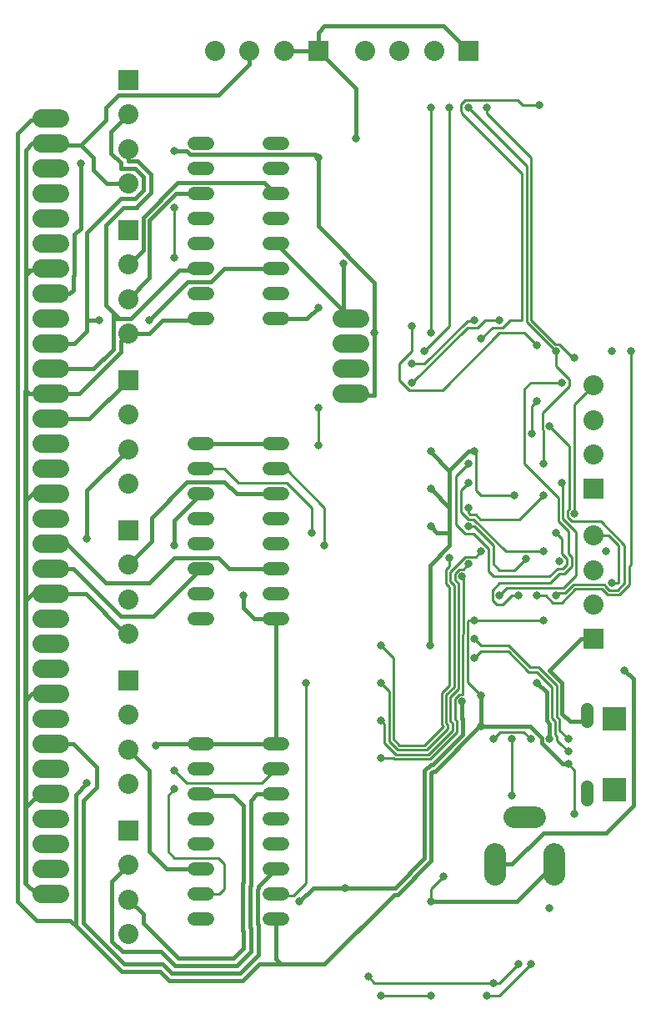
<source format=gbr>
G04 EAGLE Gerber RS-274X export*
G75*
%MOMM*%
%FSLAX34Y34*%
%LPD*%
%INBottom Copper*%
%IPPOS*%
%AMOC8*
5,1,8,0,0,1.08239X$1,22.5*%
G01*
%ADD10R,2.413000X2.413000*%
%ADD11C,1.308000*%
%ADD12C,1.320800*%
%ADD13C,2.184400*%
%ADD14R,2.032000X2.032000*%
%ADD15C,2.032000*%
%ADD16C,1.879600*%
%ADD17C,0.812800*%
%ADD18C,0.254000*%
%ADD19C,0.457200*%


D10*
X612090Y293810D03*
X612090Y221810D03*
D11*
X584090Y224810D02*
X584090Y211730D01*
X584090Y290810D02*
X584090Y303890D01*
D12*
X198374Y267970D02*
X185166Y267970D01*
X185166Y242570D02*
X198374Y242570D01*
X198374Y115570D02*
X185166Y115570D01*
X185166Y90170D02*
X198374Y90170D01*
X198374Y217170D02*
X185166Y217170D01*
X185166Y191770D02*
X198374Y191770D01*
X198374Y140970D02*
X185166Y140970D01*
X185166Y166370D02*
X198374Y166370D01*
X261366Y90170D02*
X274574Y90170D01*
X274574Y115570D02*
X261366Y115570D01*
X261366Y140970D02*
X274574Y140970D01*
X274574Y166370D02*
X261366Y166370D01*
X261366Y191770D02*
X274574Y191770D01*
X274574Y217170D02*
X261366Y217170D01*
X261366Y242570D02*
X274574Y242570D01*
X274574Y267970D02*
X261366Y267970D01*
X198374Y572770D02*
X185166Y572770D01*
X185166Y547370D02*
X198374Y547370D01*
X198374Y420370D02*
X185166Y420370D01*
X185166Y394970D02*
X198374Y394970D01*
X198374Y521970D02*
X185166Y521970D01*
X185166Y496570D02*
X198374Y496570D01*
X198374Y445770D02*
X185166Y445770D01*
X185166Y471170D02*
X198374Y471170D01*
X261366Y394970D02*
X274574Y394970D01*
X274574Y420370D02*
X261366Y420370D01*
X261366Y445770D02*
X274574Y445770D01*
X274574Y471170D02*
X261366Y471170D01*
X261366Y496570D02*
X274574Y496570D01*
X274574Y521970D02*
X261366Y521970D01*
X261366Y547370D02*
X274574Y547370D01*
X274574Y572770D02*
X261366Y572770D01*
X198374Y877570D02*
X185166Y877570D01*
X185166Y852170D02*
X198374Y852170D01*
X198374Y725170D02*
X185166Y725170D01*
X185166Y699770D02*
X198374Y699770D01*
X198374Y826770D02*
X185166Y826770D01*
X185166Y801370D02*
X198374Y801370D01*
X198374Y750570D02*
X185166Y750570D01*
X185166Y775970D02*
X198374Y775970D01*
X261366Y699770D02*
X274574Y699770D01*
X274574Y725170D02*
X261366Y725170D01*
X261366Y750570D02*
X274574Y750570D01*
X274574Y775970D02*
X261366Y775970D01*
X261366Y801370D02*
X274574Y801370D01*
X274574Y826770D02*
X261366Y826770D01*
X261366Y852170D02*
X274574Y852170D01*
X274574Y877570D02*
X261366Y877570D01*
D13*
X509778Y194050D02*
X531622Y194050D01*
X550700Y156972D02*
X550700Y135128D01*
X490700Y135128D02*
X490700Y156972D01*
D14*
X590550Y374650D03*
D15*
X590550Y409650D03*
X590550Y444650D03*
X590550Y479650D03*
D14*
X463550Y971550D03*
D15*
X428550Y971550D03*
X393550Y971550D03*
X358550Y971550D03*
D16*
X48768Y801370D02*
X29972Y801370D01*
X29972Y775970D02*
X48768Y775970D01*
X48768Y750570D02*
X29972Y750570D01*
X29972Y725170D02*
X48768Y725170D01*
X48768Y598170D02*
X29972Y598170D01*
X29972Y572770D02*
X48768Y572770D01*
X48768Y547370D02*
X29972Y547370D01*
X29972Y521970D02*
X48768Y521970D01*
X48768Y699770D02*
X29972Y699770D01*
X29972Y674370D02*
X48768Y674370D01*
X48768Y648970D02*
X29972Y648970D01*
X29972Y623570D02*
X48768Y623570D01*
X48768Y496570D02*
X29972Y496570D01*
X29972Y471170D02*
X48768Y471170D01*
X48768Y445770D02*
X29972Y445770D01*
X29972Y420370D02*
X48768Y420370D01*
X48768Y394970D02*
X29972Y394970D01*
X29972Y369570D02*
X48768Y369570D01*
X48768Y344170D02*
X29972Y344170D01*
X29972Y318770D02*
X48768Y318770D01*
D14*
X590550Y527050D03*
D15*
X590550Y562050D03*
X590550Y597050D03*
X590550Y632050D03*
D14*
X118110Y942340D03*
D15*
X118110Y907340D03*
X118110Y872340D03*
X118110Y837340D03*
D14*
X118110Y789940D03*
D15*
X118110Y754940D03*
X118110Y719940D03*
X118110Y684940D03*
D14*
X118110Y637540D03*
D15*
X118110Y602540D03*
X118110Y567540D03*
X118110Y532540D03*
D14*
X118110Y485140D03*
D15*
X118110Y450140D03*
X118110Y415140D03*
X118110Y380140D03*
D14*
X118110Y332740D03*
D15*
X118110Y297740D03*
X118110Y262740D03*
X118110Y227740D03*
D16*
X48768Y293370D02*
X29972Y293370D01*
X29972Y267970D02*
X48768Y267970D01*
X48768Y242570D02*
X29972Y242570D01*
X29972Y217170D02*
X48768Y217170D01*
D14*
X118110Y180340D03*
D15*
X118110Y145340D03*
X118110Y110340D03*
X118110Y75340D03*
D16*
X48768Y191770D02*
X29972Y191770D01*
X29972Y166370D02*
X48768Y166370D01*
X48768Y140970D02*
X29972Y140970D01*
X29972Y115570D02*
X48768Y115570D01*
D14*
X311150Y971550D03*
D15*
X276150Y971550D03*
X241150Y971550D03*
X206150Y971550D03*
D16*
X48768Y826770D02*
X29972Y826770D01*
X29972Y852170D02*
X48768Y852170D01*
X48768Y877570D02*
X29972Y877570D01*
X29972Y902970D02*
X48768Y902970D01*
X334772Y699770D02*
X353568Y699770D01*
X353568Y674370D02*
X334772Y674370D01*
X334772Y648970D02*
X353568Y648970D01*
X353568Y623570D02*
X334772Y623570D01*
D17*
X533400Y330200D03*
X508000Y273050D03*
D18*
X508000Y215900D01*
D17*
X508000Y215900D03*
X514350Y44450D03*
D18*
X495300Y25400D01*
X488950Y25400D01*
D17*
X488950Y25400D03*
D18*
X368300Y25400D01*
X361950Y31750D01*
D17*
X361950Y31750D03*
X425450Y107950D03*
D18*
X425450Y120650D01*
X438150Y133350D01*
D17*
X438150Y133350D03*
X546100Y273050D03*
D19*
X512600Y107950D02*
X425450Y107950D01*
X512600Y107950D02*
X550700Y146050D01*
X558800Y298450D02*
X558800Y330200D01*
X546100Y288879D02*
X546100Y273050D01*
X546100Y288879D02*
X543052Y291927D01*
X543052Y320548D01*
X533400Y330200D01*
X558800Y298450D02*
X566440Y290810D01*
X584090Y290810D01*
X78740Y598170D02*
X39370Y598170D01*
X78740Y598170D02*
X118110Y637540D01*
D17*
X338023Y122123D03*
D19*
X306273Y122123D01*
X292100Y107950D01*
D17*
X292100Y107950D03*
X457200Y311150D03*
D19*
X419100Y241300D02*
X419100Y152400D01*
X388823Y122123D01*
X338023Y122123D01*
D17*
X603250Y463550D03*
D19*
X457200Y311150D02*
X457200Y294000D01*
X457454Y293746D01*
X457454Y277754D01*
X427096Y247396D01*
X425196Y247396D01*
X419100Y241300D01*
D17*
X556260Y453390D03*
X469900Y565150D03*
D19*
X424520Y449920D02*
X424520Y368300D01*
D17*
X424520Y368300D03*
D19*
X444500Y508000D02*
X444500Y545254D01*
X444500Y508000D02*
X444500Y482600D01*
X444500Y469900D01*
X424520Y449920D01*
X444500Y508000D02*
X425450Y527050D01*
D17*
X425450Y527050D03*
D19*
X431800Y482600D02*
X444500Y482600D01*
X431800Y482600D02*
X425450Y488950D01*
D17*
X425450Y488950D03*
D19*
X444500Y545254D02*
X425450Y564304D01*
X425450Y565150D01*
D17*
X425450Y565150D03*
X510500Y520700D03*
D18*
X476250Y520700D01*
X470916Y526034D01*
X470916Y564134D02*
X469900Y565150D01*
X470916Y564134D02*
X470916Y526034D01*
D19*
X444500Y545254D02*
X444500Y546100D01*
X463550Y565150D01*
X469900Y565150D01*
X311150Y971550D02*
X276150Y971550D01*
X311150Y971550D02*
X349250Y933450D01*
X349250Y882650D01*
D17*
X349250Y882650D03*
X336550Y755650D03*
D19*
X311150Y971550D02*
X311150Y990600D01*
X317500Y996950D01*
X438150Y996950D01*
X463550Y971550D01*
X336550Y755650D02*
X336550Y707390D01*
X344170Y699770D01*
X336550Y707390D02*
X267970Y775970D01*
X546100Y342900D02*
X558800Y330200D01*
X546100Y342900D02*
X577850Y374650D01*
X590550Y374650D01*
D17*
X374650Y12700D03*
D18*
X425450Y12700D01*
D17*
X425450Y12700D03*
D19*
X58420Y725170D02*
X39370Y725170D01*
D17*
X69850Y857250D03*
D19*
X62230Y728980D02*
X58420Y725170D01*
X69850Y791826D02*
X69850Y857250D01*
X62230Y743198D02*
X62230Y728980D01*
X62230Y743198D02*
X63500Y744468D01*
X63500Y785476D02*
X69850Y791826D01*
X63500Y785476D02*
X63500Y744468D01*
D17*
X165100Y869950D03*
X311150Y863600D03*
D19*
X177340Y869950D02*
X165100Y869950D01*
X177340Y869950D02*
X180642Y866648D01*
X308102Y866648D02*
X311150Y863600D01*
X308102Y866648D02*
X180642Y866648D01*
X311150Y863600D02*
X311150Y793750D01*
X368300Y736600D02*
X368300Y685800D01*
X368300Y622300D01*
X345440Y622300D01*
X344170Y623570D01*
X368300Y736600D02*
X311150Y793750D01*
D17*
X368300Y685800D03*
X535855Y916855D03*
D18*
X518245Y916855D01*
X457200Y910333D02*
X457200Y908050D01*
X457200Y910333D02*
X456184Y911349D01*
X456184Y917451D01*
X460499Y921766D01*
X513334Y921766D02*
X518245Y916855D01*
X513334Y921766D02*
X460499Y921766D01*
X457200Y908050D02*
X517906Y847344D01*
X517906Y698500D01*
D17*
X476250Y679450D03*
D18*
X487934Y691134D01*
X505717Y698500D02*
X517906Y698500D01*
X498351Y691134D02*
X487934Y691134D01*
X498351Y691134D02*
X505717Y698500D01*
D17*
X482600Y914400D03*
D18*
X482600Y908050D01*
X527050Y863600D01*
X527050Y698500D02*
X551434Y674116D01*
X555501Y674116D01*
X569217Y660400D02*
X571500Y660400D01*
X569217Y660400D02*
X555501Y674116D01*
X527050Y698500D02*
X527050Y863600D01*
D17*
X571500Y660400D03*
X533400Y419100D03*
D18*
X542033Y419100D02*
X549399Y411734D01*
X558016Y411734D01*
X571732Y425450D01*
X542033Y419100D02*
X533400Y419100D01*
X628650Y450618D02*
X628650Y666750D01*
X599067Y425450D02*
X571732Y425450D01*
X599067Y425450D02*
X604655Y419862D01*
X626872Y448840D02*
X628650Y450618D01*
X626872Y429790D02*
X616944Y419862D01*
X604655Y419862D01*
X626872Y429790D02*
X626872Y448840D01*
D17*
X628650Y666750D03*
X469900Y374650D03*
X565150Y273050D03*
D18*
X476250Y368300D02*
X469900Y374650D01*
X476250Y368300D02*
X503933Y368300D01*
X526158Y346075D01*
X556260Y281940D02*
X565150Y273050D01*
X535022Y346075D02*
X526158Y346075D01*
X553212Y296135D02*
X556260Y293087D01*
X556260Y281940D01*
X553212Y327885D02*
X535022Y346075D01*
X553212Y327885D02*
X553212Y296135D01*
D17*
X469900Y355600D03*
X565150Y260350D03*
D18*
X469900Y355600D02*
X476250Y361950D01*
X557022Y268478D02*
X565150Y260350D01*
X557022Y268478D02*
X556906Y268478D01*
X503817Y361950D02*
X476250Y361950D01*
X503817Y361950D02*
X524264Y341503D01*
X553466Y276101D02*
X553466Y271918D01*
X556906Y268478D01*
X553466Y276101D02*
X551688Y277879D01*
X533129Y341503D02*
X524264Y341503D01*
X548640Y294242D02*
X551688Y291194D01*
X551688Y277879D01*
X548640Y294242D02*
X548640Y325992D01*
X533129Y341503D01*
D17*
X552450Y419100D03*
D18*
X555244Y421894D01*
X561710Y421894D01*
X569838Y430022D01*
X601588Y430022D01*
X602234Y428749D02*
X606549Y424434D01*
X602234Y429376D02*
X601588Y430022D01*
X602234Y429376D02*
X602234Y428749D01*
X615050Y424434D02*
X622300Y431684D01*
X622300Y469900D01*
X615050Y424434D02*
X606549Y424434D01*
D17*
X546100Y590550D03*
D18*
X566166Y570484D01*
X564134Y498599D02*
X568449Y494284D01*
X597916Y494284D02*
X622300Y469900D01*
X597916Y494284D02*
X568449Y494284D01*
X564134Y504701D02*
X566166Y506733D01*
X564134Y504701D02*
X564134Y498599D01*
X566166Y506733D02*
X566166Y570484D01*
D17*
X495300Y419100D03*
D18*
X502666Y426466D01*
D17*
X558800Y533400D03*
D18*
X559816Y426466D02*
X502666Y426466D01*
D17*
X528320Y582930D03*
D18*
X528320Y610870D01*
X533400Y615950D01*
D17*
X533400Y615950D03*
D18*
X572770Y439420D02*
X559816Y426466D01*
X572770Y439420D02*
X572770Y483497D01*
X559562Y496705D01*
X559562Y532638D02*
X558800Y533400D01*
X559562Y532638D02*
X559562Y496705D01*
D17*
X406400Y635000D03*
X495300Y698500D03*
D18*
X480317Y698500D01*
X472951Y691134D01*
X462534Y691134D02*
X406400Y635000D01*
X462534Y691134D02*
X472951Y691134D01*
D17*
X469900Y698500D03*
X406400Y654050D03*
D18*
X418984Y654050D02*
X462798Y697863D01*
X418984Y654050D02*
X406400Y654050D01*
X469263Y697863D02*
X469900Y698500D01*
X469263Y697863D02*
X462798Y697863D01*
D17*
X539750Y552450D03*
X552450Y666750D03*
X463550Y914400D03*
D18*
X522478Y855472D01*
X566166Y638051D02*
X566166Y631949D01*
X552450Y651767D02*
X552450Y666750D01*
X552450Y651767D02*
X566166Y638051D01*
X538734Y587499D02*
X539750Y586483D01*
X538734Y587499D02*
X538734Y604517D01*
X566166Y631949D01*
X539750Y586483D02*
X539750Y552450D01*
X522478Y696606D02*
X522478Y855472D01*
X549656Y669544D02*
X552450Y666750D01*
X549656Y669544D02*
X549540Y669544D01*
X522478Y696606D01*
D17*
X425450Y685800D03*
X425450Y914400D03*
D18*
X425450Y685800D01*
D17*
X444500Y914400D03*
D18*
X444500Y692150D01*
X419100Y666750D01*
D17*
X419100Y666750D03*
X514350Y419100D03*
D18*
X495300Y431800D02*
X487934Y424434D01*
X508000Y419100D02*
X514350Y419100D01*
X520700Y552450D02*
X520700Y628650D01*
X487934Y424434D02*
X487934Y413766D01*
X498475Y409575D02*
X508000Y419100D01*
X492125Y409575D02*
X487934Y413766D01*
X492125Y409575D02*
X498475Y409575D01*
X495300Y431800D02*
X546216Y431800D01*
X568198Y458335D02*
X565150Y461383D01*
X568198Y458335D02*
X568198Y448445D01*
X561205Y441452D01*
X555868Y441452D01*
X546216Y431800D01*
X565150Y461383D02*
X565150Y484651D01*
X554990Y494811D01*
X554990Y518160D01*
X520700Y552450D01*
D17*
X609600Y666750D03*
D18*
X527050Y635000D02*
X520700Y628650D01*
X527050Y635000D02*
X558800Y635000D01*
D17*
X558800Y635000D03*
X527050Y44450D03*
D18*
X495300Y12700D01*
X482600Y12700D01*
D17*
X482600Y12700D03*
X552450Y482600D03*
D18*
X558800Y476250D01*
X546100Y438150D02*
X488950Y438150D01*
X563626Y450339D02*
X563626Y456441D01*
X563626Y450339D02*
X559311Y446024D01*
X553974Y446024D01*
X546100Y438150D01*
X558800Y461267D02*
X558800Y476250D01*
X558800Y461267D02*
X563626Y456441D01*
X488950Y438150D02*
X483616Y443484D01*
X483616Y466601D02*
X468633Y481584D01*
X460499Y481584D01*
X483616Y466601D02*
X483616Y443484D01*
X460499Y481584D02*
X458341Y483741D01*
X456184Y485899D01*
X450850Y491233D01*
X450850Y539750D02*
X463550Y552450D01*
D17*
X463550Y552450D03*
D18*
X450850Y539750D02*
X450850Y491233D01*
D17*
X539750Y463550D03*
D18*
X501650Y463550D01*
X468884Y496316D02*
X463550Y496316D01*
X468884Y496316D02*
X501650Y463550D01*
X463550Y496316D02*
X456184Y503682D01*
X456184Y526034D02*
X463550Y533400D01*
D17*
X463550Y533400D03*
D18*
X456184Y526034D02*
X456184Y503682D01*
D17*
X539750Y520700D03*
D18*
X515366Y496316D01*
D17*
X463550Y508000D03*
D18*
X475350Y496316D02*
X515366Y496316D01*
X475350Y496316D02*
X470778Y500888D01*
X465444Y500888D01*
X463550Y502782D01*
X463550Y508000D01*
D17*
X521970Y455930D03*
D18*
X510540Y444500D01*
X495300Y444500D01*
X488950Y450850D01*
D17*
X463550Y488950D03*
D18*
X469784Y488950D01*
X488950Y469784D01*
X488950Y450850D01*
D17*
X374650Y254000D03*
D18*
X387003Y254000D01*
X388019Y252984D01*
X424781Y252984D02*
X451866Y280069D01*
X424781Y252984D02*
X388019Y252984D01*
X451866Y280069D02*
X451866Y291431D01*
X449834Y314201D02*
X454149Y318516D01*
X457962Y379595D02*
X458216Y379849D01*
X457962Y318516D02*
X454149Y318516D01*
X457962Y318516D02*
X457962Y342900D01*
X457962Y379595D01*
X449834Y293463D02*
X451866Y291431D01*
X449834Y293463D02*
X449834Y314201D01*
X458216Y379849D02*
X458216Y437134D01*
X457200Y438150D01*
D17*
X457200Y438150D03*
D19*
X62230Y445770D02*
X39370Y445770D01*
X143510Y397510D02*
X191770Y445770D01*
X143510Y397510D02*
X110490Y397510D01*
X62230Y445770D01*
X76200Y525630D02*
X118110Y567540D01*
D17*
X76200Y476250D03*
D19*
X76200Y525630D01*
X220980Y445770D02*
X267970Y445770D01*
X220980Y445770D02*
X209550Y457200D01*
X55880Y471170D02*
X39370Y471170D01*
X55880Y471170D02*
X95250Y431800D01*
X139700Y431800D02*
X165100Y457200D01*
X209550Y457200D01*
X139700Y431800D02*
X95250Y431800D01*
X267970Y826770D02*
X256540Y838200D01*
X133096Y769926D02*
X118110Y754940D01*
X133096Y769926D02*
X133096Y802836D01*
X168461Y838200D02*
X256540Y838200D01*
X168461Y838200D02*
X133096Y802836D01*
X166370Y826770D02*
X191770Y826770D01*
X166370Y826770D02*
X139700Y800100D01*
X139700Y741530D02*
X118110Y719940D01*
X139700Y741530D02*
X139700Y800100D01*
D17*
X476250Y317500D03*
X565150Y247650D03*
X546100Y101600D03*
X571500Y196850D03*
D18*
X571500Y241300D01*
X565150Y247650D01*
D17*
X469900Y393700D03*
D18*
X463550Y393700D01*
D19*
X537718Y274236D02*
X537718Y269578D01*
X537718Y274236D02*
X525950Y286004D01*
X38100Y901700D02*
X39370Y902970D01*
X38100Y901700D02*
X19050Y901700D01*
X273050Y44450D02*
X317500Y44450D01*
X267970Y49530D02*
X267970Y90170D01*
X267970Y49530D02*
X273050Y44450D01*
X59074Y88900D02*
X25400Y88900D01*
X64462Y83512D02*
X111144Y36830D01*
X64462Y83512D02*
X59074Y88900D01*
X111144Y36830D02*
X150102Y36830D01*
X251218Y44450D02*
X273050Y44450D01*
X251218Y44450D02*
X234454Y27686D01*
X159246Y27686D01*
X150102Y36830D01*
X425704Y149665D02*
X425704Y238565D01*
X388569Y115519D02*
X317500Y44450D01*
X388569Y115519D02*
X391559Y115519D01*
X425704Y149665D01*
X425704Y238565D02*
X427932Y240792D01*
X429832Y240792D01*
X474790Y285750D01*
D18*
X462788Y392938D02*
X463550Y393700D01*
X462788Y392938D02*
X462788Y377955D01*
X462534Y377701D01*
X462534Y331216D01*
X476250Y317500D01*
D19*
X5781Y888431D02*
X19050Y901700D01*
X5781Y108519D02*
X25400Y88900D01*
X5781Y108519D02*
X5781Y888431D01*
D17*
X609600Y431800D03*
X539750Y393700D03*
D18*
X469900Y393700D01*
X609600Y431800D02*
X615950Y431800D01*
X571500Y613000D02*
X590550Y632050D01*
X571500Y613000D02*
X571500Y501650D01*
D17*
X571500Y501650D03*
D18*
X615950Y469784D02*
X615950Y431800D01*
X615950Y469784D02*
X606084Y479650D01*
X590550Y479650D01*
D19*
X64462Y216862D02*
X64462Y83512D01*
X64462Y216862D02*
X76200Y228600D01*
D17*
X76200Y228600D03*
X146050Y266700D03*
D19*
X147320Y267970D01*
X191770Y267970D01*
X267970Y267970D01*
X267970Y394970D01*
X267970Y572770D02*
X191770Y572770D01*
D17*
X234950Y419100D03*
D19*
X234950Y406400D01*
X246380Y394970D02*
X267970Y394970D01*
X246380Y394970D02*
X234950Y406400D01*
X474790Y285750D02*
X476250Y285750D01*
D17*
X476250Y285750D03*
D19*
X476250Y317500D01*
X476504Y286004D02*
X525950Y286004D01*
X476504Y286004D02*
X476250Y285750D01*
X559646Y247650D02*
X565150Y247650D01*
X559646Y247650D02*
X537718Y269578D01*
X299720Y699770D02*
X267970Y699770D01*
X299720Y699770D02*
X311150Y711200D01*
D17*
X311150Y711200D03*
D19*
X38100Y749300D02*
X19050Y749300D01*
X17780Y623570D02*
X39370Y623570D01*
X39370Y877570D02*
X20320Y877570D01*
X39370Y877570D02*
X40640Y876300D01*
X69850Y876300D01*
X82550Y863600D01*
X82550Y850900D01*
X96110Y837340D01*
X118110Y837340D01*
X20320Y877570D02*
X13970Y871220D01*
X13970Y744220D02*
X13970Y627380D01*
X13970Y744220D02*
X13970Y749300D01*
X13970Y871220D01*
X13970Y627380D02*
X17780Y623570D01*
X38100Y749300D02*
X39370Y750570D01*
X19050Y749300D02*
X13970Y749300D01*
X13970Y744220D02*
X19050Y749300D01*
X490700Y146050D02*
X508000Y146050D01*
X539750Y177800D01*
X631119Y334081D02*
X622300Y342900D01*
D17*
X622300Y342900D03*
D19*
X603250Y177800D02*
X539750Y177800D01*
X603250Y177800D02*
X631119Y205669D01*
X631119Y334081D01*
X74930Y420370D02*
X39370Y420370D01*
X39370Y318770D02*
X20320Y318770D01*
X13401Y311851D01*
X13401Y203200D02*
X13401Y127000D01*
X13401Y203200D02*
X13401Y311851D01*
X24831Y115570D02*
X39370Y115570D01*
X24831Y115570D02*
X13401Y127000D01*
X13401Y203200D02*
X27371Y217170D01*
X39370Y217170D01*
X13401Y311851D02*
X13401Y412750D01*
X21021Y420370D01*
X39370Y420370D01*
X13401Y412750D02*
X13401Y514350D01*
X21021Y521970D01*
X39370Y521970D01*
X13401Y514350D02*
X13401Y626811D01*
X13970Y627380D01*
X13970Y127569D01*
X13401Y127000D01*
X115160Y380140D02*
X118110Y380140D01*
X115160Y380140D02*
X74930Y420370D01*
X69850Y876300D02*
X95250Y901700D01*
X95250Y914400D01*
X107696Y926846D01*
X209448Y926846D01*
X241150Y958548D01*
X241150Y971550D01*
X67863Y623570D02*
X39370Y623570D01*
X118110Y684940D02*
X139700Y684940D01*
X190500Y698500D02*
X191770Y699770D01*
X153260Y698500D02*
X139700Y684940D01*
X153260Y698500D02*
X190500Y698500D01*
X110519Y677349D02*
X110519Y666226D01*
X110519Y677349D02*
X118110Y684940D01*
X110519Y666226D02*
X67863Y623570D01*
D17*
X311150Y609600D03*
D18*
X311150Y571500D01*
D17*
X311150Y571500D03*
X165100Y812800D03*
X165100Y762000D03*
D18*
X165100Y812800D01*
D17*
X165100Y222250D03*
D18*
X158750Y215900D01*
X158750Y158750D01*
X165100Y152400D01*
X209550Y152400D01*
X215900Y146050D01*
X215900Y120650D01*
X210820Y115570D01*
X191770Y115570D01*
D17*
X374650Y330200D03*
D18*
X382778Y322072D01*
X382778Y271156D01*
X391806Y262128D01*
X420994Y262128D02*
X442722Y283856D01*
X420994Y262128D02*
X391806Y262128D01*
X442722Y283856D02*
X442722Y287644D01*
X448818Y383383D02*
X449072Y383637D01*
X448818Y326117D02*
X440690Y317989D01*
X448818Y326117D02*
X448818Y383383D01*
X440690Y289676D02*
X442722Y287644D01*
X440690Y289676D02*
X440690Y317989D01*
D17*
X476250Y463550D03*
D18*
X449072Y429395D02*
X449072Y383637D01*
X470916Y458216D02*
X476250Y463550D01*
X470916Y458216D02*
X460383Y458216D01*
X445262Y433205D02*
X449072Y429395D01*
X445262Y433205D02*
X445262Y443095D01*
X460383Y458216D01*
D17*
X298450Y330200D03*
D18*
X298450Y127000D01*
X285750Y114300D01*
X269240Y114300D01*
X267970Y115570D01*
D17*
X374650Y368300D03*
D18*
X387350Y355600D01*
X387350Y273050D02*
X393700Y266700D01*
X419100Y266700D02*
X438150Y285750D01*
X444246Y385276D02*
X444500Y385530D01*
X444246Y328011D02*
X436118Y319883D01*
X444246Y328011D02*
X444246Y385276D01*
X436118Y287782D02*
X438150Y285750D01*
X436118Y287782D02*
X436118Y319883D01*
X387350Y355600D02*
X387350Y273050D01*
X393700Y266700D02*
X419100Y266700D01*
D17*
X444500Y457200D03*
D18*
X440690Y431311D02*
X444500Y427501D01*
X440690Y431311D02*
X440690Y444989D01*
X444500Y448799D01*
X444500Y457200D01*
X444500Y427501D02*
X444500Y385530D01*
D17*
X165100Y241300D03*
D18*
X177800Y228600D01*
X254000Y228600D02*
X267970Y242570D01*
X254000Y228600D02*
X177800Y228600D01*
D17*
X374650Y292100D03*
D18*
X378206Y288544D01*
X378206Y269262D01*
X389912Y257556D01*
X422888Y257556D02*
X447294Y281962D01*
X422888Y257556D02*
X389912Y257556D01*
X447294Y281962D02*
X447294Y289538D01*
X453390Y381489D02*
X453644Y381743D01*
X453390Y324223D02*
X445262Y316095D01*
X453390Y324223D02*
X453390Y381489D01*
X445262Y291570D02*
X447294Y289538D01*
X445262Y291570D02*
X445262Y316095D01*
D17*
X463550Y450850D03*
D18*
X453644Y431289D02*
X453644Y381743D01*
X458216Y445516D02*
X463550Y450850D01*
X458216Y445516D02*
X454149Y445516D01*
X449834Y441201D02*
X449834Y435099D01*
X453644Y431289D01*
X449834Y441201D02*
X454149Y445516D01*
D17*
X317500Y469900D03*
D18*
X317500Y508000D01*
X278130Y547370D01*
X267970Y547370D01*
D17*
X304800Y482600D03*
D18*
X215900Y547370D02*
X191770Y547370D01*
X279400Y533400D02*
X304800Y508000D01*
X304800Y482600D01*
X229870Y533400D02*
X215900Y547370D01*
X229870Y533400D02*
X279400Y533400D01*
D17*
X406400Y692150D03*
D18*
X406400Y666750D01*
X393700Y654050D01*
X393700Y637283D01*
X403349Y627634D01*
X495300Y685800D02*
X520700Y685800D01*
X533400Y673100D01*
D17*
X533400Y673100D03*
D18*
X437134Y627634D02*
X403349Y627634D01*
X437134Y627634D02*
X495300Y685800D01*
D17*
X488950Y273050D03*
X527050Y273050D03*
D18*
X519684Y280416D01*
X497361Y280416D01*
X497107Y280162D01*
X496062Y280162D01*
X488950Y273050D01*
D19*
X201930Y217170D02*
X191770Y217170D01*
X118110Y110340D02*
X133096Y95354D01*
X133096Y86165D01*
X168715Y50546D02*
X224986Y50546D01*
X168715Y50546D02*
X133096Y86165D01*
X224986Y50546D02*
X235204Y60765D01*
X234188Y126828D02*
X235204Y127844D01*
X235204Y205936D01*
X234188Y78912D02*
X235204Y77896D01*
X234188Y78912D02*
X234188Y126828D01*
X235204Y77896D02*
X235204Y60765D01*
X202946Y216154D02*
X201930Y217170D01*
X202946Y216154D02*
X224986Y216154D01*
X235204Y205936D01*
X191770Y140970D02*
X157480Y140970D01*
X139700Y158750D01*
X139700Y241300D01*
X118260Y262740D01*
X118110Y262740D01*
X118110Y145340D02*
X101600Y128830D01*
X101600Y67926D01*
X112376Y57150D01*
X248920Y217170D02*
X267970Y217170D01*
X151334Y57150D02*
X112376Y57150D01*
X165558Y42926D02*
X228142Y42926D01*
X165558Y42926D02*
X151334Y57150D01*
X228142Y42926D02*
X242824Y57608D01*
X241808Y123671D02*
X242824Y124687D01*
X241808Y82069D02*
X242824Y81053D01*
X242824Y211074D02*
X248920Y217170D01*
X242824Y211074D02*
X242824Y124687D01*
X241808Y123671D02*
X241808Y82069D01*
X242824Y81053D02*
X242824Y57608D01*
X62230Y267970D02*
X39370Y267970D01*
X114300Y44450D02*
X153258Y44450D01*
X162402Y35306D02*
X231298Y35306D01*
X162402Y35306D02*
X153258Y44450D01*
X231298Y35306D02*
X250444Y54452D01*
X250444Y123444D02*
X267970Y140970D01*
X250444Y123444D02*
X250444Y121531D01*
X249428Y120515D01*
X249428Y85225D02*
X250444Y84209D01*
X249428Y85225D02*
X249428Y120515D01*
X250444Y84209D02*
X250444Y54452D01*
X114300Y44450D02*
X72082Y86668D01*
X72082Y211191D01*
X85598Y224707D01*
X85598Y244602D02*
X62230Y267970D01*
X85598Y244602D02*
X85598Y224707D01*
X118110Y450140D02*
X141960Y473990D01*
X141960Y498068D02*
X177800Y533908D01*
X141960Y498068D02*
X141960Y473990D01*
X177800Y533908D02*
X215900Y533908D01*
X227838Y521970D01*
X267970Y521970D01*
X190500Y749300D02*
X191770Y750570D01*
X169516Y749300D02*
X120650Y700434D01*
X169516Y749300D02*
X190500Y749300D01*
X118110Y860454D02*
X118110Y872340D01*
X118110Y860454D02*
X127684Y860454D01*
X141224Y846914D01*
X141224Y827766D01*
X127000Y813542D02*
X127000Y812800D01*
X127000Y813542D02*
X141224Y827766D01*
X113107Y812800D02*
X95250Y794943D01*
X113107Y812800D02*
X127000Y812800D01*
X95250Y794943D02*
X95250Y713798D01*
X82487Y648970D02*
X39370Y648970D01*
X82487Y648970D02*
X102616Y669099D01*
X102616Y698500D02*
X102616Y706432D01*
X102616Y698500D02*
X102616Y669099D01*
X102616Y706432D02*
X95250Y713798D01*
X104550Y700434D02*
X102616Y698500D01*
X107950Y700434D02*
X120650Y700434D01*
X107950Y700434D02*
X104550Y700434D01*
X107950Y701098D02*
X102616Y706432D01*
X107950Y701098D02*
X107950Y700434D01*
X215257Y750570D02*
X267970Y750570D01*
X215257Y750570D02*
X201795Y737108D01*
D17*
X139700Y698500D03*
X88900Y698500D03*
D19*
X178308Y737108D02*
X201795Y737108D01*
X178308Y737108D02*
X139700Y698500D01*
X100685Y889915D02*
X118110Y907340D01*
X100685Y889915D02*
X100685Y867853D01*
X110490Y858048D01*
X133604Y830922D02*
X124528Y821846D01*
X133604Y830922D02*
X133604Y843758D01*
X124528Y852834D01*
X110490Y852834D02*
X110490Y858048D01*
X110490Y852834D02*
X124528Y852834D01*
X124528Y821846D02*
X110646Y821846D01*
X76200Y787400D01*
X76200Y698500D01*
X88900Y698500D01*
X76200Y698500D02*
X76200Y687070D01*
X63500Y674370D02*
X39370Y674370D01*
X63500Y674370D02*
X76200Y687070D01*
D17*
X165100Y469900D03*
D19*
X165100Y495300D01*
X191770Y521970D01*
M02*

</source>
